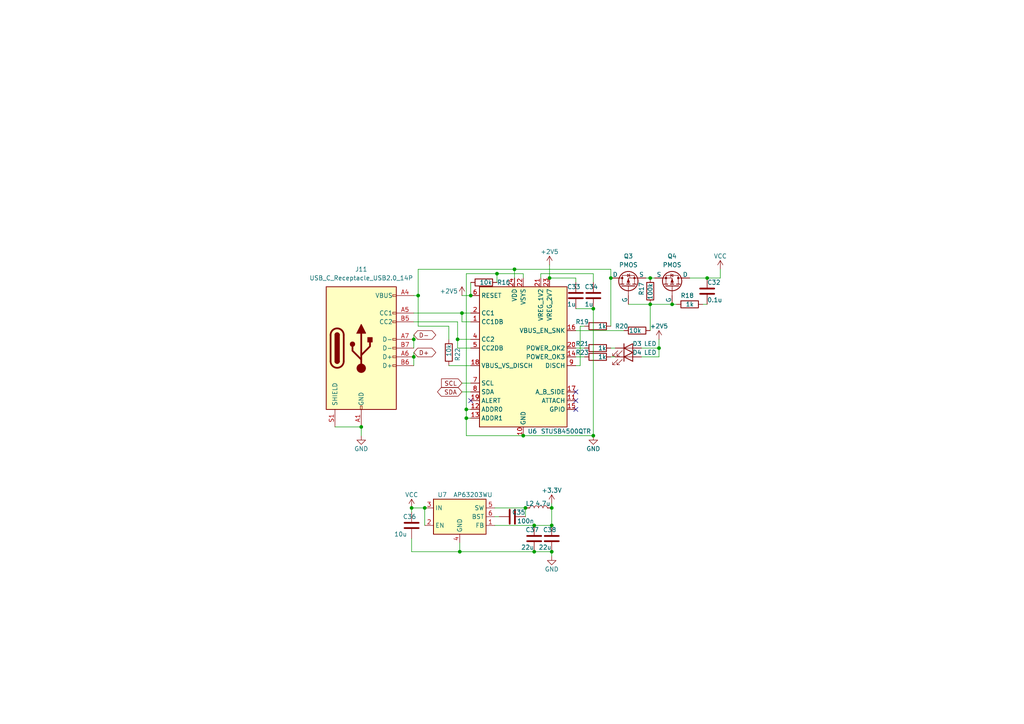
<source format=kicad_sch>
(kicad_sch (version 20230121) (generator eeschema)
  (paper "A4")
  (lib_symbols
    (symbol "Connector:USB_C_Receptacle_USB2.0_14P" (pin_names (offset 1.016))
      (property "Reference" "J" (at 0 22.225 0))
      (property "Value" "USB_C_Receptacle_USB2.0_14P" (at 0 19.685 0))
      (symbol "USB_C_Receptacle_USB2.0_14P_0_0"
        (rectangle (start -0.254 -17.78) (end 0.254 -16.764))
        (rectangle (start 10.16 -4.826) (end 9.144 -5.334))
        (rectangle (start 10.16 -2.286) (end 9.144 -2.794))
        (rectangle (start 10.16 0.254) (end 9.144 -0.254))
        (rectangle (start 10.16 2.794) (end 9.144 2.286))
        (rectangle (start 10.16 7.874) (end 9.144 7.366))
        (rectangle (start 10.16 10.414) (end 9.144 9.906))
        (rectangle (start 10.16 15.494) (end 9.144 14.986))
      )
      (symbol "USB_C_Receptacle_USB2.0_14P_0_1"
        (rectangle (start -10.16 17.78) (end 10.16 -17.78) (stroke (width 0.254)) (fill (type background)))
        (arc (start -8.89 -3.81) (mid -6.985 -5.7067) (end -5.08 -3.81) (stroke (width 0.508)))
        (arc (start -7.62 -3.81) (mid -6.985 -4.4423) (end -6.35 -3.81) (stroke (width 0.254)))
        (arc (start -7.62 -3.81) (mid -6.985 -4.4423) (end -6.35 -3.81) (stroke (width 0.254)) (fill (type outline)))
        (rectangle (start -7.62 -3.81) (end -6.35 3.81) (stroke (width 0.254)) (fill (type outline)))
        (arc (start -6.35 3.81) (mid -6.985 4.4423) (end -7.62 3.81) (stroke (width 0.254)))
        (arc (start -6.35 3.81) (mid -6.985 4.4423) (end -7.62 3.81) (stroke (width 0.254)) (fill (type outline)))
        (arc (start -5.08 3.81) (mid -6.985 5.7067) (end -8.89 3.81) (stroke (width 0.508)))
        (circle (center -2.54 1.143) (radius 0.635) (stroke (width 0.254)) (fill (type outline)))
        (circle (center 0 -5.842) (radius 1.27) (fill (type outline)))
        (polyline (pts (xy -8.89 -3.81) (xy -8.89 3.81)) (stroke (width 0.508)))
        (polyline (pts (xy -5.08 3.81) (xy -5.08 -3.81)) (stroke (width 0.508)))
        (polyline (pts (xy 0 -5.842) (xy 0 4.318)) (stroke (width 0.508)))
        (polyline (pts (xy 0 -3.302) (xy -2.54 -0.762) (xy -2.54 0.508)) (stroke (width 0.508)))
        (polyline (pts (xy 0 -2.032) (xy 2.54 0.508) (xy 2.54 1.778)) (stroke (width 0.508)))
        (polyline (pts (xy -1.27 4.318) (xy 0 6.858) (xy 1.27 4.318) (xy -1.27 4.318)) (stroke (width 0.254)) (fill (type outline)))
        (rectangle (start 1.905 1.778) (end 3.175 3.048) (stroke (width 0.254)) (fill (type outline)))
      )
      (symbol "USB_C_Receptacle_USB2.0_14P_1_1"
        (pin passive line (at 0 -22.86 90) (length 5.08) (name "GND") (number "A1"))
        (pin passive line (at 0 -22.86 90) (length 5.08) hide (name "GND") (number "A12"))
        (pin passive line (at 15.24 15.24 180) (length 5.08) (name "VBUS") (number "A4"))
        (pin bidirectional line (at 15.24 10.16 180) (length 5.08) (name "CC1") (number "A5"))
        (pin bidirectional line (at 15.24 -2.54 180) (length 5.08) (name "D+") (number "A6"))
        (pin bidirectional line (at 15.24 2.54 180) (length 5.08) (name "D-") (number "A7"))
        (pin passive line (at 15.24 15.24 180) (length 5.08) hide (name "VBUS") (number "A9"))
        (pin passive line (at 0 -22.86 90) (length 5.08) hide (name "GND") (number "B1"))
        (pin passive line (at 0 -22.86 90) (length 5.08) hide (name "GND") (number "B12"))
        (pin passive line (at 15.24 15.24 180) (length 5.08) hide (name "VBUS") (number "B4"))
        (pin bidirectional line (at 15.24 7.62 180) (length 5.08) (name "CC2") (number "B5"))
        (pin bidirectional line (at 15.24 -5.08 180) (length 5.08) (name "D+") (number "B6"))
        (pin bidirectional line (at 15.24 0 180) (length 5.08) (name "D-") (number "B7"))
        (pin passive line (at 15.24 15.24 180) (length 5.08) hide (name "VBUS") (number "B9"))
        (pin passive line (at -7.62 -22.86 90) (length 5.08) (name "SHIELD") (number "S1"))
      )
    )
    (symbol "Device:C" (pin_numbers hide) (pin_names (offset 0.254))
      (property "Reference" "C" (at 0.635 2.54 0))
      (property "Value" "C" (at 0.635 -2.54 0))
      (symbol "C_0_1"
        (polyline (pts (xy -2.032 -0.762) (xy 2.032 -0.762)) (stroke (width 0.508)))
        (polyline (pts (xy -2.032 0.762) (xy 2.032 0.762)) (stroke (width 0.508)))
      )
      (symbol "C_1_1"
        (pin passive line (at 0 3.81 270) (length 2.794) (name "~") (number "1"))
        (pin passive line (at 0 -3.81 90) (length 2.794) (name "~") (number "2"))
      )
    )
    (symbol "Device:L" (pin_numbers hide) (pin_names (offset 1.016) hide)
      (property "Reference" "L" (at -1.27 0 90))
      (property "Value" "L" (at 1.905 0 90))
      (symbol "L_0_1"
        (arc (start 0 -2.54) (mid 0.6323 -1.905) (end 0 -1.27))
        (arc (start 0 -1.27) (mid 0.6323 -0.635) (end 0 0))
        (arc (start 0 0) (mid 0.6323 0.635) (end 0 1.27))
        (arc (start 0 1.27) (mid 0.6323 1.905) (end 0 2.54))
      )
      (symbol "L_1_1"
        (pin passive line (at 0 3.81 270) (length 1.27) (name "1") (number "1"))
        (pin passive line (at 0 -3.81 90) (length 1.27) (name "2") (number "2"))
      )
    )
    (symbol "Device:LED" (pin_numbers hide) (pin_names (offset 1.016) hide)
      (property "Reference" "D" (at 0 2.54 0))
      (property "Value" "LED" (at 0 -2.54 0))
      (symbol "LED_0_1"
        (polyline (pts (xy -1.27 -1.27) (xy -1.27 1.27)) (stroke (width 0.254)))
        (polyline (pts (xy -1.27 0) (xy 1.27 0)))
        (polyline (pts (xy 1.27 -1.27) (xy 1.27 1.27) (xy -1.27 0) (xy 1.27 -1.27)) (stroke (width 0.254)))
        (polyline (pts (xy -3.048 -0.762) (xy -4.572 -2.286) (xy -3.81 -2.286) (xy -4.572 -2.286) (xy -4.572 -1.524)))
        (polyline (pts (xy -1.778 -0.762) (xy -3.302 -2.286) (xy -2.54 -2.286) (xy -3.302 -2.286) (xy -3.302 -1.524)))
      )
      (symbol "LED_1_1"
        (pin passive line (at -3.81 0 0) (length 2.54) (name "K") (number "1"))
        (pin passive line (at 3.81 0 180) (length 2.54) (name "A") (number "2"))
      )
    )
    (symbol "Device:R" (pin_numbers hide) (pin_names (offset 0))
      (property "Reference" "R" (at 2.032 0 90))
      (property "Value" "R" (at 0 0 90))
      (symbol "R_0_1"
        (rectangle (start -1.016 -2.54) (end 1.016 2.54) (stroke (width 0.254)))
      )
      (symbol "R_1_1"
        (pin passive line (at 0 3.81 270) (length 1.27) (name "~") (number "1"))
        (pin passive line (at 0 -3.81 90) (length 1.27) (name "~") (number "2"))
      )
    )
    (symbol "Interface_USB:STUSB4500QTR"
      (property "Reference" "U" (at -12.7 21.59 0))
      (property "Value" "STUSB4500QTR" (at 8.89 -21.59 0))
      (symbol "STUSB4500QTR_0_1"
        (rectangle (start -12.7 20.32) (end 12.7 -20.32) (stroke (width 0.254)) (fill (type background)))
      )
      (symbol "STUSB4500QTR_1_1"
        (pin bidirectional line (at -15.24 10.16 0) (length 2.54) (name "CC1DB") (number "1"))
        (pin power_in line (at 0 -22.86 90) (length 2.54) (name "GND") (number "10"))
        (pin open_collector line (at 15.24 -12.7 180) (length 2.54) (name "ATTACH") (number "11"))
        (pin input line (at -15.24 -15.24 0) (length 2.54) (name "ADDR0") (number "12"))
        (pin input line (at -15.24 -17.78 0) (length 2.54) (name "ADDR1") (number "13"))
        (pin open_collector line (at 15.24 0 180) (length 2.54) (name "POWER_OK3") (number "14"))
        (pin open_collector line (at 15.24 -15.24 180) (length 2.54) (name "GPIO") (number "15"))
        (pin open_collector line (at 15.24 7.62 180) (length 2.54) (name "VBUS_EN_SNK") (number "16"))
        (pin open_collector line (at 15.24 -10.16 180) (length 2.54) (name "A_B_SIDE") (number "17"))
        (pin input line (at -15.24 -2.54 0) (length 2.54) (name "VBUS_VS_DISCH") (number "18"))
        (pin open_collector line (at -15.24 -12.7 0) (length 2.54) (name "ALERT") (number "19"))
        (pin bidirectional line (at -15.24 12.7 0) (length 2.54) (name "CC1") (number "2"))
        (pin open_collector line (at 15.24 2.54 180) (length 2.54) (name "POWER_OK2") (number "20"))
        (pin power_out line (at 5.08 22.86 270) (length 2.54) (name "VREG_1V2") (number "21"))
        (pin power_in line (at 0 22.86 270) (length 2.54) (name "VSYS") (number "22"))
        (pin power_out line (at 7.62 22.86 270) (length 2.54) (name "VREG_2V7") (number "23"))
        (pin power_in line (at -2.54 22.86 270) (length 2.54) (name "VDD") (number "24"))
        (pin passive line (at 0 -22.86 90) (length 2.54) hide (name "GND") (number "25"))
        (pin no_connect line (at -12.7 15.24 0) (length 2.54) hide (name "NC") (number "3"))
        (pin bidirectional line (at -15.24 5.08 0) (length 2.54) (name "CC2") (number "4"))
        (pin bidirectional line (at -15.24 2.54 0) (length 2.54) (name "CC2DB") (number "5"))
        (pin input line (at -15.24 17.78 0) (length 2.54) (name "RESET") (number "6"))
        (pin input line (at -15.24 -7.62 0) (length 2.54) (name "SCL") (number "7"))
        (pin bidirectional line (at -15.24 -10.16 0) (length 2.54) (name "SDA") (number "8"))
        (pin bidirectional line (at 15.24 -2.54 180) (length 2.54) (name "DISCH") (number "9"))
      )
    )
    (symbol "Regulator_Switching:AP63203WU"
      (property "Reference" "U" (at -7.62 6.35 0))
      (property "Value" "AP63203WU" (at 2.54 6.35 0))
      (symbol "AP63203WU_0_1"
        (rectangle (start -7.62 5.08) (end 7.62 -5.08) (stroke (width 0.254)) (fill (type background)))
      )
      (symbol "AP63203WU_1_1"
        (pin input line (at 10.16 -2.54 180) (length 2.54) (name "FB") (number "1"))
        (pin input line (at -10.16 -2.54 0) (length 2.54) (name "EN") (number "2"))
        (pin power_in line (at -10.16 2.54 0) (length 2.54) (name "IN") (number "3"))
        (pin power_in line (at 0 -7.62 90) (length 2.54) (name "GND") (number "4"))
        (pin output line (at 10.16 2.54 180) (length 2.54) (name "SW") (number "5"))
        (pin passive line (at 10.16 0 180) (length 2.54) (name "BST") (number "6"))
      )
    )
    (symbol "Simulation_SPICE:PMOS" (pin_numbers hide) (pin_names (offset 0))
      (property "Reference" "Q" (at 5.08 1.27 0))
      (property "Value" "PMOS" (at 5.08 -1.27 0))
      (symbol "PMOS_0_1"
        (polyline (pts (xy 0.254 0) (xy -2.54 0)))
        (polyline (pts (xy 0.254 1.905) (xy 0.254 -1.905)) (stroke (width 0.254)))
        (polyline (pts (xy 0.762 -1.27) (xy 0.762 -2.286)) (stroke (width 0.254)))
        (polyline (pts (xy 0.762 0.508) (xy 0.762 -0.508)) (stroke (width 0.254)))
        (polyline (pts (xy 0.762 2.286) (xy 0.762 1.27)) (stroke (width 0.254)))
        (polyline (pts (xy 2.54 2.54) (xy 2.54 1.778)))
        (polyline (pts (xy 2.54 -2.54) (xy 2.54 0) (xy 0.762 0)))
        (polyline (pts (xy 0.762 1.778) (xy 3.302 1.778) (xy 3.302 -1.778) (xy 0.762 -1.778)))
        (polyline (pts (xy 2.286 0) (xy 1.27 0.381) (xy 1.27 -0.381) (xy 2.286 0)) (fill (type outline)))
        (polyline (pts (xy 2.794 -0.508) (xy 2.921 -0.381) (xy 3.683 -0.381) (xy 3.81 -0.254)))
        (polyline (pts (xy 3.302 -0.381) (xy 2.921 0.254) (xy 3.683 0.254) (xy 3.302 -0.381)))
        (circle (center 1.651 0) (radius 2.794) (stroke (width 0.254)))
        (circle (center 2.54 -1.778) (radius 0.254) (fill (type outline)))
        (circle (center 2.54 1.778) (radius 0.254) (fill (type outline)))
      )
      (symbol "PMOS_1_1"
        (pin passive line (at 2.54 5.08 270) (length 2.54) (name "D") (number "1"))
        (pin input line (at -5.08 0 0) (length 2.54) (name "G") (number "2"))
        (pin passive line (at 2.54 -5.08 90) (length 2.54) (name "S") (number "3"))
      )
    )
    (symbol "power:+2V5" (power) (pin_names (offset 0))
      (property "Value" "+2V5" (at 0 3.556 0))
      (symbol "+2V5_0_1"
        (polyline (pts (xy -0.762 1.27) (xy 0 2.54)))
        (polyline (pts (xy 0 0) (xy 0 2.54)))
        (polyline (pts (xy 0 2.54) (xy 0.762 1.27)))
      )
      (symbol "+2V5_1_1"
        (pin power_in line (at 0 0 90) (length 0) hide (name "+2V5") (number "1"))
      )
    )
    (symbol "power:+3.3V" (power) (pin_names (offset 0))
      (property "Value" "+3.3V" (at 0 3.556 0))
      (symbol "+3.3V_0_1"
        (polyline (pts (xy -0.762 1.27) (xy 0 2.54)))
        (polyline (pts (xy 0 0) (xy 0 2.54)))
        (polyline (pts (xy 0 2.54) (xy 0.762 1.27)))
      )
      (symbol "+3.3V_1_1"
        (pin power_in line (at 0 0 90) (length 0) hide (name "+3.3V") (number "1"))
      )
    )
    (symbol "power:GND" (power) (pin_names (offset 0))
      (property "Value" "GND" (at 0 -3.81 0))
      (symbol "GND_0_1"
        (polyline (pts (xy 0 0) (xy 0 -1.27) (xy 1.27 -1.27) (xy 0 -2.54) (xy -1.27 -1.27) (xy 0 -1.27)))
      )
      (symbol "GND_1_1"
        (pin power_in line (at 0 0 270) (length 0) hide (name "GND") (number "1"))
      )
    )
    (symbol "power:VCC" (power) (pin_names (offset 0))
      (property "Value" "VCC" (at 0 3.81 0))
      (symbol "VCC_0_1"
        (polyline (pts (xy -0.762 1.27) (xy 0 2.54)))
        (polyline (pts (xy 0 0) (xy 0 2.54)))
        (polyline (pts (xy 0 2.54) (xy 0.762 1.27)))
      )
      (symbol "VCC_1_1"
        (pin power_in line (at 0 0 90) (length 0) hide (name "VCC") (number "1"))
      )
    )
  )
  (junction (at 188.595 88.265))
  (junction (at 149.225 78.105))
  (junction (at 135.255 118.745))
  (junction (at 119.38 147.32))
  (junction (at 160.02 147.32))
  (junction (at 120.015 103.505))
  (junction (at 120.015 98.425))
  (junction (at 132.715 98.425))
  (junction (at 121.285 85.725))
  (junction (at 136.525 85.725))
  (junction (at 177.165 80.645))
  (junction (at 135.255 121.285))
  (junction (at 172.085 89.535))
  (junction (at 133.985 90.805))
  (junction (at 194.945 88.265))
  (junction (at 205.105 80.645))
  (junction (at 188.595 80.645))
  (junction (at 159.385 80.645))
  (junction (at 144.145 79.375))
  (junction (at 191.135 100.965))
  (junction (at 151.765 126.365))
  (junction (at 160.02 152.4))
  (junction (at 154.94 152.4))
  (junction (at 152.4 147.32))
  (junction (at 123.19 147.32))
  (junction (at 104.775 123.825))
  (junction (at 154.94 160.02))
  (junction (at 160.02 160.02))
  (junction (at 172.085 126.365))
  (junction (at 133.35 160.02))
  (no_connect (at 167.005 116.205))
  (no_connect (at 167.005 118.745))
  (no_connect (at 136.525 116.205))
  (no_connect (at 167.005 113.665))
  (wire (pts (xy 121.285 94.615) (xy 121.285 85.725)))
  (wire (pts (xy 167.005 100.965) (xy 169.545 100.965)))
  (wire (pts (xy 172.085 79.375) (xy 172.085 81.915)))
  (wire (pts (xy 132.715 100.965) (xy 136.525 100.965)))
  (wire (pts (xy 167.005 103.505) (xy 169.545 103.505)))
  (wire (pts (xy 130.175 94.615) (xy 121.285 94.615)))
  (wire (pts (xy 133.35 157.48) (xy 133.35 160.02)))
  (wire (pts (xy 194.945 88.265) (xy 196.215 88.265)))
  (wire (pts (xy 144.145 79.375) (xy 144.145 81.915)))
  (wire (pts (xy 120.015 90.805) (xy 133.985 90.805)))
  (wire (pts (xy 203.835 88.265) (xy 205.105 88.265)))
  (wire (pts (xy 182.245 88.265) (xy 188.595 88.265)))
  (wire (pts (xy 188.595 80.645) (xy 189.865 80.645)))
  (wire (pts (xy 135.255 126.365) (xy 151.765 126.365)))
  (wire (pts (xy 135.255 79.375) (xy 144.145 79.375)))
  (wire (pts (xy 167.005 89.535) (xy 172.085 89.535)))
  (wire (pts (xy 200.025 80.645) (xy 205.105 80.645)))
  (wire (pts (xy 191.135 98.425) (xy 191.135 100.965)))
  (wire (pts (xy 136.525 81.915) (xy 136.525 85.725)))
  (wire (pts (xy 132.715 98.425) (xy 136.525 98.425)))
  (wire (pts (xy 177.165 78.105) (xy 177.165 80.645)))
  (wire (pts (xy 177.165 100.965) (xy 178.435 100.965)))
  (wire (pts (xy 149.225 78.105) (xy 149.225 80.645)))
  (wire (pts (xy 172.085 126.365) (xy 151.765 126.365)))
  (wire (pts (xy 135.255 118.745) (xy 135.255 121.285)))
  (wire (pts (xy 187.325 80.645) (xy 188.595 80.645)))
  (wire (pts (xy 120.015 85.725) (xy 121.285 85.725)))
  (wire (pts (xy 143.51 147.32) (xy 152.4 147.32)))
  (wire (pts (xy 132.715 93.345) (xy 132.715 98.425)))
  (wire (pts (xy 133.985 85.725) (xy 136.525 85.725)))
  (wire (pts (xy 133.985 113.665) (xy 136.525 113.665)))
  (wire (pts (xy 151.765 80.645) (xy 151.765 79.375)))
  (wire (pts (xy 191.135 103.505) (xy 186.055 103.505)))
  (wire (pts (xy 130.175 98.425) (xy 130.175 94.615)))
  (wire (pts (xy 119.38 160.02) (xy 133.35 160.02)))
  (wire (pts (xy 172.085 89.535) (xy 172.085 126.365)))
  (wire (pts (xy 120.015 103.505) (xy 120.015 106.045)))
  (wire (pts (xy 154.94 160.02) (xy 160.02 160.02)))
  (wire (pts (xy 135.255 121.285) (xy 135.255 126.365)))
  (wire (pts (xy 159.385 80.645) (xy 167.005 80.645)))
  (wire (pts (xy 205.105 80.645) (xy 208.915 80.645)))
  (wire (pts (xy 132.715 98.425) (xy 132.715 100.965)))
  (wire (pts (xy 160.02 160.02) (xy 160.02 161.29)))
  (wire (pts (xy 120.015 97.155) (xy 120.015 98.425)))
  (wire (pts (xy 177.165 103.505) (xy 178.435 103.505)))
  (wire (pts (xy 135.255 79.375) (xy 135.255 118.745)))
  (wire (pts (xy 167.005 106.045) (xy 168.275 106.045)))
  (wire (pts (xy 119.38 156.21) (xy 119.38 160.02)))
  (wire (pts (xy 135.255 121.285) (xy 136.525 121.285)))
  (wire (pts (xy 188.595 88.265) (xy 194.945 88.265)))
  (wire (pts (xy 130.175 106.045) (xy 136.525 106.045)))
  (wire (pts (xy 144.145 79.375) (xy 151.765 79.375)))
  (wire (pts (xy 156.845 79.375) (xy 172.085 79.375)))
  (wire (pts (xy 168.275 94.615) (xy 168.275 106.045)))
  (wire (pts (xy 133.985 90.805) (xy 133.985 93.345)))
  (wire (pts (xy 143.51 152.4) (xy 154.94 152.4)))
  (wire (pts (xy 133.985 111.125) (xy 136.525 111.125)))
  (wire (pts (xy 135.255 118.745) (xy 136.525 118.745)))
  (wire (pts (xy 120.015 98.425) (xy 120.015 100.965)))
  (wire (pts (xy 156.845 80.645) (xy 156.845 79.375)))
  (wire (pts (xy 121.285 78.105) (xy 149.225 78.105)))
  (wire (pts (xy 167.005 95.885) (xy 180.975 95.885)))
  (wire (pts (xy 133.985 90.805) (xy 136.525 90.805)))
  (wire (pts (xy 169.545 94.615) (xy 168.275 94.615)))
  (wire (pts (xy 123.19 147.32) (xy 123.19 152.4)))
  (wire (pts (xy 186.055 100.965) (xy 191.135 100.965)))
  (wire (pts (xy 119.38 147.32) (xy 119.38 148.59)))
  (wire (pts (xy 160.02 152.4) (xy 160.02 147.32)))
  (wire (pts (xy 152.4 147.32) (xy 152.4 149.86)))
  (wire (pts (xy 149.225 78.105) (xy 177.165 78.105)))
  (wire (pts (xy 133.985 93.345) (xy 136.525 93.345)))
  (wire (pts (xy 188.595 95.885) (xy 188.595 88.265)))
  (wire (pts (xy 143.51 149.86) (xy 144.78 149.86)))
  (wire (pts (xy 97.155 123.825) (xy 104.775 123.825)))
  (wire (pts (xy 191.135 100.965) (xy 191.135 103.505)))
  (wire (pts (xy 120.015 93.345) (xy 132.715 93.345)))
  (wire (pts (xy 104.775 126.365) (xy 104.775 123.825)))
  (wire (pts (xy 119.38 147.32) (xy 123.19 147.32)))
  (wire (pts (xy 159.385 76.835) (xy 159.385 80.645)))
  (wire (pts (xy 121.285 78.105) (xy 121.285 85.725)))
  (wire (pts (xy 120.015 102.235) (xy 120.015 103.505)))
  (wire (pts (xy 160.02 146.05) (xy 160.02 147.32)))
  (wire (pts (xy 208.915 78.105) (xy 208.915 80.645)))
  (wire (pts (xy 177.165 80.645) (xy 177.165 94.615)))
  (wire (pts (xy 133.35 160.02) (xy 154.94 160.02)))
  (wire (pts (xy 167.005 80.645) (xy 167.005 81.915)))
  (wire (pts (xy 154.94 152.4) (xy 160.02 152.4)))
  (global_label "SCL" (shape input) (at 133.985 111.125 180) (property "Intersheetrefs" "${INTERSHEET_REFS}" (effects hide)))
  (global_label "D+" (shape bidirectional) (at 120.015 102.235 0) (property "Intersheetrefs" "${INTERSHEET_REFS}" (effects hide)))
  (global_label "D-" (shape bidirectional) (at 120.015 97.155 0) (property "Intersheetrefs" "${INTERSHEET_REFS}" (effects hide)))
  (global_label "SDA" (shape bidirectional) (at 133.985 113.665 180) (property "Intersheetrefs" "${INTERSHEET_REFS}" (effects hide)))
  (symbol (lib_id "power:+2V5") (at 133.985 85.725 0) (unit 1)
    (property "Reference" "#PWR030" (effects hide))
    (property "Value" "+2V5" (at 130.175 84.455 0))
  )
  (symbol (lib_id "power:GND") (at 160.02 161.29 0) (unit 1)
    (property "Reference" "#PWR036" (effects hide))
    (property "Value" "GND" (at 160.02 165.1 0))
  )
  (symbol (lib_id "power:VCC") (at 208.915 78.105 0) (unit 1)
    (property "Reference" "#PWR029" (effects hide))
    (property "Value" "VCC" (at 208.915 74.295 0))
  )
  (symbol (lib_id "Device:R") (at 173.355 94.615 90) (unit 1)
    (property "Reference" "R19" (at 170.815 93.345 90) (effects (justify left)))
    (property "Value" "1k" (at 175.895 94.615 90) (effects (justify left)))
  )
  (symbol (lib_id "Device:R") (at 188.595 84.455 0) (unit 1)
    (property "Reference" "R17" (at 186.055 85.725 90) (effects (justify left)))
    (property "Value" "100k" (at 188.595 86.995 90) (effects (justify left)))
  )
  (symbol (lib_id "Device:R") (at 184.785 95.885 90) (unit 1)
    (property "Reference" "R20" (at 182.245 94.615 90) (effects (justify left)))
    (property "Value" "10k" (at 186.055 95.885 90) (effects (justify left)))
  )
  (symbol (lib_id "Regulator_Switching:AP63203WU") (at 133.35 149.86 0) (unit 1)
    (property "Reference" "U7" (at 128.27 143.51 0))
    (property "Value" "AP63203WU" (at 137.16 143.51 0))
    (property "Footprint" "Package_TO_SOT_SMD:TSOT-23-6" (effects hide))
    (property "Datasheet" "https://www.diodes.com/assets/Datasheets/AP63200-AP63201-AP63203-AP63205.pdf" (effects hide))
  )
  (symbol (lib_id "Device:LED") (at 182.245 100.965 0) (unit 1)
    (property "Reference" "D3" (at 184.785 99.695 0))
    (property "Value" "LED" (at 188.595 99.695 0))
  )
  (symbol (lib_id "Device:R") (at 200.025 88.265 90) (unit 1)
    (property "Reference" "R18" (at 201.295 85.725 90) (effects (justify left)))
    (property "Value" "1k" (at 201.295 88.265 90) (effects (justify left)))
  )
  (symbol (lib_id "Device:C") (at 148.59 149.86 90) (unit 1)
    (property "Reference" "C35" (at 152.4 148.59 90) (effects (justify left)))
    (property "Value" "100n" (at 154.94 151.13 90) (effects (justify left)))
  )
  (symbol (lib_id "power:GND") (at 172.085 126.365 0) (unit 1)
    (property "Reference" "#PWR035" (effects hide))
    (property "Value" "GND" (at 172.085 130.175 0))
  )
  (symbol (lib_id "Device:C") (at 172.085 85.725 0) (unit 1)
    (property "Reference" "C34" (at 169.545 83.185 0) (effects (justify left)))
    (property "Value" "1u" (at 169.545 88.265 0) (effects (justify left)))
  )
  (symbol (lib_id "Device:R") (at 140.335 81.915 270) (unit 1)
    (property "Reference" "R16" (at 144.145 81.915 90) (effects (justify left)))
    (property "Value" "10k" (at 139.065 81.915 90) (effects (justify left)))
  )
  (symbol (lib_id "Device:C") (at 154.94 156.21 0) (unit 1)
    (property "Reference" "C37" (at 152.4 153.67 0) (effects (justify left)))
    (property "Value" "22u" (at 151.13 158.75 0) (effects (justify left)))
  )
  (symbol (lib_id "Connector:USB_C_Receptacle_USB2.0_14P") (at 104.775 100.965 0) (unit 1)
    (property "Reference" "J11" (at 104.775 78.105 0))
    (property "Value" "USB_C_Receptacle_USB2.0_14P" (at 104.775 80.645 0))
    (property "Datasheet" "https://www.usb.org/sites/default/files/documents/usb_type-c.zip" (effects hide))
  )
  (symbol (lib_id "power:+2V5") (at 191.135 98.425 0) (unit 1)
    (property "Reference" "#PWR031" (effects hide))
    (property "Value" "+2V5" (at 191.135 94.615 0))
  )
  (symbol (lib_id "Device:C") (at 119.38 152.4 0) (unit 1)
    (property "Reference" "C36" (at 116.84 149.86 0) (effects (justify left)))
    (property "Value" "10u" (at 114.3 154.94 0) (effects (justify left)))
  )
  (symbol (lib_id "Simulation_SPICE:PMOS") (at 194.945 83.185 270) (mirror x) (unit 1)
    (property "Reference" "Q4" (at 194.945 74.295 90))
    (property "Value" "PMOS" (at 194.945 76.835 90))
    (property "Datasheet" "https://ngspice.sourceforge.io/docs/ngspice-html-manual/manual.xhtml#cha_MOSFETs" (effects hide))
    (property "Sim.Device" "PMOS" (effects hide))
    (property "Sim.Type" "VDMOS" (effects hide))
    (property "Sim.Pins" "1=D 2=G 3=S" (effects hide))
  )
  (symbol (lib_id "Interface_USB:STUSB4500QTR") (at 151.765 103.505 0) (unit 1)
    (property "Reference" "U6" (at 153.035 125.095 0) (effects (justify left)))
    (property "Value" "STUSB4500QTR" (at 156.845 125.095 0) (effects (justify left)))
    (property "Footprint" "Package_DFN_QFN:QFN-24-1EP_4x4mm_P0.5mm_EP2.7x2.7mm" (effects hide))
    (property "Datasheet" "https://www.st.com/resource/en/datasheet/stusb4500.pdf" (effects hide))
  )
  (symbol (lib_id "power:GND") (at 104.775 126.365 0) (unit 1)
    (property "Reference" "#PWR034" (effects hide))
    (property "Value" "GND" (at 104.775 130.175 0))
  )
  (symbol (lib_id "Device:C") (at 167.005 85.725 0) (unit 1)
    (property "Reference" "C33" (at 164.465 83.185 0) (effects (justify left)))
    (property "Value" "1u" (at 164.465 88.265 0) (effects (justify left)))
  )
  (symbol (lib_id "Device:R") (at 173.355 103.505 90) (unit 1)
    (property "Reference" "R23" (at 170.815 102.235 90) (effects (justify left)))
    (property "Value" "1k" (at 175.895 103.505 90) (effects (justify left)))
  )
  (symbol (lib_id "Simulation_SPICE:PMOS") (at 182.245 83.185 90) (unit 1)
    (property "Reference" "Q3" (at 182.245 74.295 90))
    (property "Value" "PMOS" (at 182.245 76.835 90))
    (property "Datasheet" "https://ngspice.sourceforge.io/docs/ngspice-html-manual/manual.xhtml#cha_MOSFETs" (effects hide))
    (property "Sim.Device" "PMOS" (effects hide))
    (property "Sim.Type" "VDMOS" (effects hide))
    (property "Sim.Pins" "1=D 2=G 3=S" (effects hide))
  )
  (symbol (lib_id "Device:R") (at 173.355 100.965 90) (unit 1)
    (property "Reference" "R21" (at 170.815 99.695 90) (effects (justify left)))
    (property "Value" "1k" (at 175.895 100.965 90) (effects (justify left)))
  )
  (symbol (lib_id "Device:C") (at 160.02 156.21 0) (unit 1)
    (property "Reference" "C38" (at 157.48 153.67 0) (effects (justify left)))
    (property "Value" "22u" (at 156.21 158.75 0) (effects (justify left)))
  )
  (symbol (lib_id "Device:C") (at 205.105 84.455 0) (unit 1)
    (property "Reference" "C32" (at 205.105 81.915 0) (effects (justify left)))
    (property "Value" "0.1u" (at 205.105 86.995 0) (effects (justify left)))
  )
  (symbol (lib_id "power:VCC") (at 119.38 147.32 0) (unit 1)
    (property "Reference" "#PWR033" (effects hide))
    (property "Value" "VCC" (at 119.38 143.51 0))
  )
  (symbol (lib_id "Device:L") (at 156.21 147.32 90) (unit 1)
    (property "Reference" "L2" (at 153.67 146.05 90))
    (property "Value" "4.7u" (at 157.48 146.05 90))
  )
  (symbol (lib_id "power:+3.3V") (at 160.02 146.05 0) (unit 1)
    (property "Reference" "#PWR032" (effects hide))
    (property "Value" "+3.3V" (at 160.02 142.24 0))
  )
  (symbol (lib_id "Device:R") (at 130.175 102.235 0) (unit 1)
    (property "Reference" "R22" (at 132.715 104.775 90) (effects (justify left)))
    (property "Value" "10k" (at 130.175 103.505 90) (effects (justify left)))
  )
  (symbol (lib_id "power:+2V5") (at 159.385 76.835 0) (unit 1)
    (property "Reference" "#PWR028" (effects hide))
    (property "Value" "+2V5" (at 159.385 73.025 0))
  )
  (symbol (lib_id "Device:LED") (at 182.245 103.505 0) (unit 1)
    (property "Reference" "D4" (at 184.785 102.235 0))
    (property "Value" "LED" (at 188.595 102.235 0))
  )
)
</source>
